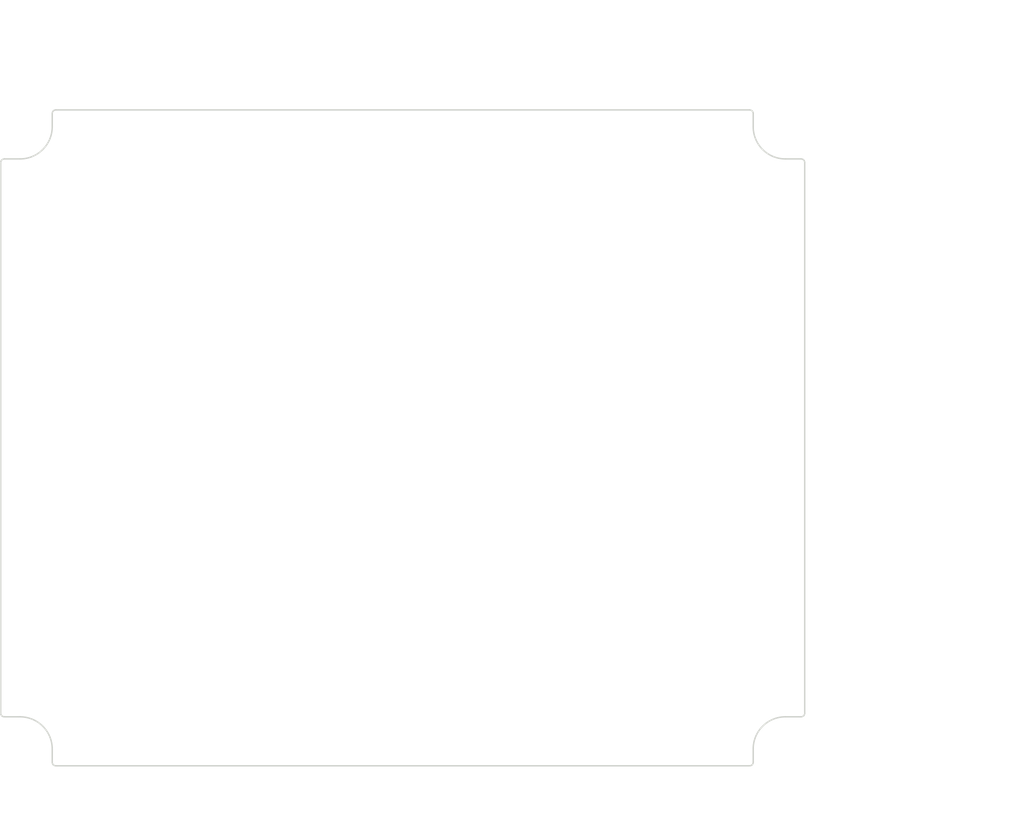
<source format=kicad_pcb>
(kicad_pcb (version 20171130) (host pcbnew "(5.1.0)-1")

  (general
    (thickness 1.6)
    (drawings 73)
    (tracks 0)
    (zones 0)
    (modules 0)
    (nets 1)
  )

  (page A4)
  (layers
    (0 F.Cu signal)
    (31 B.Cu signal)
    (32 B.Adhes user)
    (33 F.Adhes user)
    (34 B.Paste user)
    (35 F.Paste user)
    (36 B.SilkS user)
    (37 F.SilkS user)
    (38 B.Mask user)
    (39 F.Mask user)
    (40 Dwgs.User user)
    (41 Cmts.User user)
    (42 Eco1.User user)
    (43 Eco2.User user)
    (44 Edge.Cuts user)
    (45 Margin user)
    (46 B.CrtYd user)
    (47 F.CrtYd user)
    (48 B.Fab user)
    (49 F.Fab user)
  )

  (setup
    (last_trace_width 0.25)
    (trace_clearance 0.2)
    (zone_clearance 0.508)
    (zone_45_only no)
    (trace_min 0.2)
    (via_size 0.8)
    (via_drill 0.4)
    (via_min_size 0.4)
    (via_min_drill 0.3)
    (uvia_size 0.3)
    (uvia_drill 0.1)
    (uvias_allowed no)
    (uvia_min_size 0.2)
    (uvia_min_drill 0.1)
    (edge_width 0.05)
    (segment_width 0.2)
    (pcb_text_width 0.3)
    (pcb_text_size 1.5 1.5)
    (mod_edge_width 0.12)
    (mod_text_size 1 1)
    (mod_text_width 0.15)
    (pad_size 1.524 1.524)
    (pad_drill 0.762)
    (pad_to_mask_clearance 0.051)
    (solder_mask_min_width 0.25)
    (aux_axis_origin 0 0)
    (visible_elements FFFFFF7F)
    (pcbplotparams
      (layerselection 0x010fc_ffffffff)
      (usegerberextensions false)
      (usegerberattributes false)
      (usegerberadvancedattributes false)
      (creategerberjobfile false)
      (excludeedgelayer true)
      (linewidth 0.152400)
      (plotframeref false)
      (viasonmask false)
      (mode 1)
      (useauxorigin false)
      (hpglpennumber 1)
      (hpglpenspeed 20)
      (hpglpendiameter 15.000000)
      (psnegative false)
      (psa4output false)
      (plotreference true)
      (plotvalue true)
      (plotinvisibletext false)
      (padsonsilk false)
      (subtractmaskfromsilk false)
      (outputformat 1)
      (mirror false)
      (drillshape 1)
      (scaleselection 1)
      (outputdirectory ""))
  )

  (net 0 "")

  (net_class Default "This is the default net class."
    (clearance 0.2)
    (trace_width 0.25)
    (via_dia 0.8)
    (via_drill 0.4)
    (uvia_dia 0.3)
    (uvia_drill 0.1)
  )

  (gr_curve (pts (xy 190.95757 59.401192) (xy 190.865051 59.308672) (xy 190.735372 59.254816) (xy 190.604117 59.254816)) (layer Edge.Cuts) (width 0.2))
  (gr_curve (pts (xy 191.103946 59.754645) (xy 191.103946 59.62339) (xy 191.05009 59.493711) (xy 190.95757 59.401192)) (layer Edge.Cuts) (width 0.2))
  (gr_line (start 190.604117 59.254816) (end 188.402404 59.254816) (layer Edge.Cuts) (width 0.2))
  (gr_curve (pts (xy 184.246311 56.478076) (xy 184.021006 55.934033) (xy 183.903946 55.345458) (xy 183.903946 54.756358)) (layer Edge.Cuts) (width 0.2))
  (gr_curve (pts (xy 185.221327 57.937435) (xy 184.804988 57.521097) (xy 184.471615 57.02212) (xy 184.246311 56.478076)) (layer Edge.Cuts) (width 0.2))
  (gr_curve (pts (xy 186.680686 58.912452) (xy 186.136643 58.687147) (xy 185.637666 58.353774) (xy 185.221327 57.937435)) (layer Edge.Cuts) (width 0.2))
  (gr_curve (pts (xy 188.402404 59.254816) (xy 187.813304 59.254816) (xy 187.224729 59.137756) (xy 186.680686 58.912452)) (layer Edge.Cuts) (width 0.2))
  (gr_line (start 183.903946 54.756358) (end 183.903946 52.904645) (layer Edge.Cuts) (width 0.2))
  (gr_curve (pts (xy 183.75757 52.551192) (xy 183.665051 52.458672) (xy 183.535372 52.404816) (xy 183.404117 52.404816)) (layer Edge.Cuts) (width 0.2))
  (gr_curve (pts (xy 183.903946 52.904645) (xy 183.903946 52.77339) (xy 183.85009 52.643711) (xy 183.75757 52.551192)) (layer Edge.Cuts) (width 0.2))
  (gr_line (start 183.404117 52.404816) (end 86.425973 52.404816) (layer Edge.Cuts) (width 0.2))
  (gr_curve (pts (xy 86.07252 52.551192) (xy 85.98 52.643711) (xy 85.926144 52.77339) (xy 85.926144 52.904645)) (layer Edge.Cuts) (width 0.2))
  (gr_curve (pts (xy 86.425973 52.404816) (xy 86.294718 52.404816) (xy 86.16504 52.458672) (xy 86.07252 52.551192)) (layer Edge.Cuts) (width 0.2))
  (gr_line (start 85.926144 52.904645) (end 85.926144 54.756358) (layer Edge.Cuts) (width 0.2))
  (gr_curve (pts (xy 83.149405 58.912452) (xy 82.605361 59.137756) (xy 82.016786 59.254816) (xy 81.427686 59.254816)) (layer Edge.Cuts) (width 0.2))
  (gr_curve (pts (xy 84.608763 57.937435) (xy 84.192425 58.353774) (xy 83.693448 58.687147) (xy 83.149405 58.912452)) (layer Edge.Cuts) (width 0.2))
  (gr_curve (pts (xy 85.58378 56.478076) (xy 85.358475 57.02212) (xy 85.025102 57.521097) (xy 84.608763 57.937435)) (layer Edge.Cuts) (width 0.2))
  (gr_curve (pts (xy 85.926144 54.756358) (xy 85.926144 55.345458) (xy 85.809085 55.934033) (xy 85.58378 56.478076)) (layer Edge.Cuts) (width 0.2))
  (gr_line (start 81.427686 59.254816) (end 79.225973 59.254816) (layer Edge.Cuts) (width 0.2))
  (gr_curve (pts (xy 78.87252 59.401192) (xy 78.78 59.493711) (xy 78.726144 59.62339) (xy 78.726144 59.754645)) (layer Edge.Cuts) (width 0.2))
  (gr_curve (pts (xy 79.225973 59.254816) (xy 79.094718 59.254816) (xy 78.96504 59.308672) (xy 78.87252 59.401192)) (layer Edge.Cuts) (width 0.2))
  (gr_line (start 78.726144 59.754645) (end 78.726144 136.732789) (layer Edge.Cuts) (width 0.2))
  (gr_curve (pts (xy 78.87252 137.086242) (xy 78.96504 137.178762) (xy 79.094718 137.232618) (xy 79.225973 137.232618)) (layer Edge.Cuts) (width 0.2))
  (gr_curve (pts (xy 78.726144 136.732789) (xy 78.726144 136.864044) (xy 78.78 136.993723) (xy 78.87252 137.086242)) (layer Edge.Cuts) (width 0.2))
  (gr_line (start 79.225973 137.232618) (end 81.427686 137.232618) (layer Edge.Cuts) (width 0.2))
  (gr_curve (pts (xy 85.58378 140.009358) (xy 85.809085 140.553401) (xy 85.926144 141.141976) (xy 85.926144 141.731076)) (layer Edge.Cuts) (width 0.2))
  (gr_curve (pts (xy 84.608763 138.549999) (xy 85.025102 138.966337) (xy 85.358475 139.465315) (xy 85.58378 140.009358)) (layer Edge.Cuts) (width 0.2))
  (gr_curve (pts (xy 83.149405 137.574982) (xy 83.693448 137.800287) (xy 84.192425 138.13366) (xy 84.608763 138.549999)) (layer Edge.Cuts) (width 0.2))
  (gr_curve (pts (xy 81.427686 137.232618) (xy 82.016786 137.232618) (xy 82.605361 137.349678) (xy 83.149405 137.574982)) (layer Edge.Cuts) (width 0.2))
  (gr_line (start 85.926144 141.731076) (end 85.926144 143.582789) (layer Edge.Cuts) (width 0.2))
  (gr_curve (pts (xy 86.07252 143.936242) (xy 86.16504 144.028762) (xy 86.294718 144.082618) (xy 86.425973 144.082618)) (layer Edge.Cuts) (width 0.2))
  (gr_curve (pts (xy 85.926144 143.582789) (xy 85.926144 143.714044) (xy 85.98 143.843723) (xy 86.07252 143.936242)) (layer Edge.Cuts) (width 0.2))
  (gr_line (start 86.425973 144.082618) (end 183.404117 144.082618) (layer Edge.Cuts) (width 0.2))
  (gr_curve (pts (xy 183.75757 143.936242) (xy 183.85009 143.843723) (xy 183.903946 143.714044) (xy 183.903946 143.582789)) (layer Edge.Cuts) (width 0.2))
  (gr_curve (pts (xy 183.404117 144.082618) (xy 183.535372 144.082618) (xy 183.665051 144.028762) (xy 183.75757 143.936242)) (layer Edge.Cuts) (width 0.2))
  (gr_line (start 183.903946 143.582789) (end 183.903946 141.731076) (layer Edge.Cuts) (width 0.2))
  (gr_arc (start 188.402404 141.731076) (end 188.402404 137.232618) (angle -90) (layer Edge.Cuts) (width 0.2))
  (gr_line (start 188.402404 137.232618) (end 190.604117 137.232618) (layer Edge.Cuts) (width 0.2))
  (gr_curve (pts (xy 190.95757 137.086242) (xy 191.05009 136.993723) (xy 191.103946 136.864044) (xy 191.103946 136.732789)) (layer Edge.Cuts) (width 0.2))
  (gr_curve (pts (xy 190.604117 137.232618) (xy 190.735372 137.232618) (xy 190.865051 137.178762) (xy 190.95757 137.086242)) (layer Edge.Cuts) (width 0.2))
  (gr_line (start 191.103946 136.732789) (end 191.103946 59.754645) (layer Edge.Cuts) (width 0.2))
  (gr_text [R0.02] (at 194.403372 151.033086) (layer Dwgs.User)
    (effects (font (size 1.7 1.53) (thickness 0.2125)))
  )
  (gr_text " R.50" (at 194.403372 147.475651) (layer Dwgs.User)
    (effects (font (size 1.7 1.53) (thickness 0.2125)))
  )
  (gr_line (start 187.932601 149.143625) (end 184.982668 145.521193) (layer Dwgs.User) (width 0.2))
  (gr_line (start 189.932601 149.143625) (end 187.932601 149.143625) (layer Dwgs.User) (width 0.2))
  (gr_text [R0.18] (at 174.544565 134.963668) (layer Dwgs.User)
    (effects (font (size 1.7 1.53) (thickness 0.2125)))
  )
  (gr_text " R4.50" (at 174.544565 131.406233) (layer Dwgs.User)
    (effects (font (size 1.7 1.53) (thickness 0.2125)))
  )
  (gr_line (start 181.015336 133.074207) (end 184.184172 136.78775) (layer Dwgs.User) (width 0.2))
  (gr_line (start 179.015336 133.074207) (end 181.015336 133.074207) (layer Dwgs.User) (width 0.2))
  (gr_text [3.07] (at 206.48628 103.281865) (layer Dwgs.User)
    (effects (font (size 1.7 1.53) (thickness 0.2125)))
  )
  (gr_text " 77.98" (at 206.48628 99.72443) (layer Dwgs.User)
    (effects (font (size 1.7 1.53) (thickness 0.2125)))
  )
  (gr_line (start 206.48628 61.254816) (end 206.48628 97.834969) (layer Dwgs.User) (width 0.2))
  (gr_line (start 206.48628 135.232618) (end 206.48628 104.949839) (layer Dwgs.User) (width 0.2))
  (gr_line (start 191.604117 59.254816) (end 209.66128 59.254816) (layer Dwgs.User) (width 0.2))
  (gr_line (start 191.604117 137.232618) (end 209.66128 137.232618) (layer Dwgs.User) (width 0.2))
  (gr_text [3.86] (at 92.898469 47.649657) (layer Dwgs.User)
    (effects (font (size 1.7 1.53) (thickness 0.2125)))
  )
  (gr_text " 97.98" (at 92.898469 44.092222) (layer Dwgs.User)
    (effects (font (size 1.7 1.53) (thickness 0.2125)))
  )
  (gr_line (start 181.903946 45.760196) (end 96.947719 45.760196) (layer Dwgs.User) (width 0.2))
  (gr_line (start 87.926144 45.760196) (end 88.849219 45.760196) (layer Dwgs.User) (width 0.2))
  (gr_line (start 183.903946 51.904645) (end 183.903946 42.585196) (layer Dwgs.User) (width 0.2))
  (gr_line (start 85.926144 51.904645) (end 85.926144 42.585196) (layer Dwgs.User) (width 0.2))
  (gr_text [4.42] (at 137.552279 42.205509) (layer Dwgs.User)
    (effects (font (size 1.7 1.53) (thickness 0.2125)))
  )
  (gr_text " 112.38" (at 137.552279 38.647494) (layer Dwgs.User)
    (effects (font (size 1.7 1.53) (thickness 0.2125)))
  )
  (gr_line (start 189.103946 40.316048) (end 142.261931 40.316048) (layer Dwgs.User) (width 0.2))
  (gr_line (start 80.726144 40.316048) (end 132.842627 40.316048) (layer Dwgs.User) (width 0.2))
  (gr_line (start 191.103946 58.754645) (end 191.103946 37.141048) (layer Dwgs.User) (width 0.2))
  (gr_line (start 78.726144 58.754645) (end 78.726144 37.141048) (layer Dwgs.User) (width 0.2))
  (gr_text [3.61] (at 217.739424 105.923893) (layer Dwgs.User)
    (effects (font (size 1.7 1.53) (thickness 0.2125)))
  )
  (gr_text " 91.68" (at 217.739424 102.366458) (layer Dwgs.User)
    (effects (font (size 1.7 1.53) (thickness 0.2125)))
  )
  (gr_line (start 217.739424 54.404816) (end 217.739424 100.476997) (layer Dwgs.User) (width 0.2))
  (gr_line (start 217.739424 142.082618) (end 217.739424 107.591867) (layer Dwgs.User) (width 0.2))
  (gr_line (start 184.404117 52.404816) (end 220.914424 52.404816) (layer Dwgs.User) (width 0.2))
  (gr_line (start 184.404117 144.082618) (end 220.914424 144.082618) (layer Dwgs.User) (width 0.2))

)

</source>
